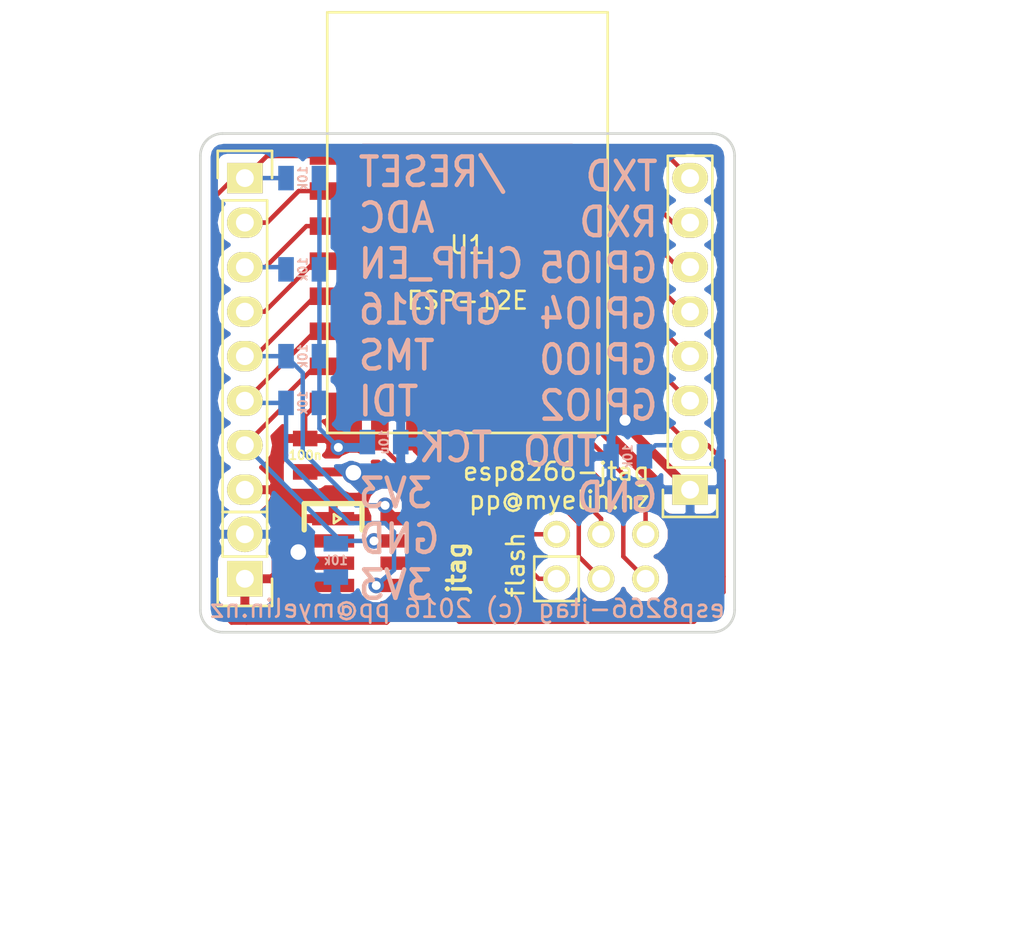
<source format=kicad_pcb>
(kicad_pcb (version 4) (host pcbnew 4.0.1-stable)

  (general
    (links 48)
    (no_connects 0)
    (area 128.194999 88.824999 158.825001 117.423001)
    (thickness 1.6)
    (drawings 12)
    (tracks 173)
    (zones 0)
    (modules 14)
    (nets 25)
  )

  (page A4)
  (layers
    (0 F.Cu signal)
    (31 B.Cu signal hide)
    (32 B.Adhes user)
    (33 F.Adhes user)
    (34 B.Paste user)
    (35 F.Paste user)
    (36 B.SilkS user)
    (37 F.SilkS user)
    (38 B.Mask user)
    (39 F.Mask user)
    (40 Dwgs.User user)
    (41 Cmts.User user)
    (42 Eco1.User user)
    (43 Eco2.User user)
    (44 Edge.Cuts user)
    (45 Margin user)
    (46 B.CrtYd user)
    (47 F.CrtYd user)
    (48 B.Fab user)
    (49 F.Fab user)
  )

  (setup
    (last_trace_width 0.1778)
    (user_trace_width 0.1778)
    (user_trace_width 0.254)
    (user_trace_width 0.508)
    (user_trace_width 0.762)
    (user_trace_width 1.016)
    (user_trace_width 1.27)
    (trace_clearance 0.1778)
    (zone_clearance 0.508)
    (zone_45_only no)
    (trace_min 0.1778)
    (segment_width 0.2)
    (edge_width 0.15)
    (via_size 0.889)
    (via_drill 0.508)
    (via_min_size 0.889)
    (via_min_drill 0.508)
    (user_via 0.889 0.508)
    (user_via 1.27 0.889)
    (uvia_size 0.3)
    (uvia_drill 0.1)
    (uvias_allowed no)
    (uvia_min_size 0.2)
    (uvia_min_drill 0.1)
    (pcb_text_width 0.3)
    (pcb_text_size 1.5 1.5)
    (mod_edge_width 0.15)
    (mod_text_size 1 1)
    (mod_text_width 0.15)
    (pad_size 1.524 1.524)
    (pad_drill 0.762)
    (pad_to_mask_clearance 0.2)
    (aux_axis_origin 0 0)
    (visible_elements 7FFF7FFF)
    (pcbplotparams
      (layerselection 0x010fc_80000001)
      (usegerberextensions true)
      (excludeedgelayer true)
      (linewidth 0.100000)
      (plotframeref false)
      (viasonmask false)
      (mode 1)
      (useauxorigin false)
      (hpglpennumber 1)
      (hpglpenspeed 20)
      (hpglpendiameter 15)
      (hpglpenoverlay 2)
      (psnegative false)
      (psa4output false)
      (plotreference true)
      (plotvalue true)
      (plotinvisibletext false)
      (padsonsilk false)
      (subtractmaskfromsilk false)
      (outputformat 1)
      (mirror false)
      (drillshape 0)
      (scaleselection 1)
      (outputdirectory gerbers/))
  )

  (net 0 "")
  (net 1 /nreset)
  (net 2 "Net-(CON1-Pad9)")
  (net 3 /tdi)
  (net 4 "Net-(CON1-Pad7)")
  (net 5 /3v3)
  (net 6 /tms)
  (net 7 /gnd)
  (net 8 /tck)
  (net 9 /tdo)
  (net 10 /adc)
  (net 11 /chip_en)
  (net 12 /gpio16)
  (net 13 /cs0)
  (net 14 /miso)
  (net 15 /gpio9)
  (net 16 /gpio10)
  (net 17 /mosi)
  (net 18 /sclk)
  (net 19 /gpio2)
  (net 20 /gpio0)
  (net 21 /gpio4)
  (net 22 /gpio5)
  (net 23 /u0rxd)
  (net 24 /u0txd)

  (net_class Default "This is the default net class."
    (clearance 0.1778)
    (trace_width 0.1778)
    (via_dia 0.889)
    (via_drill 0.508)
    (uvia_dia 0.3)
    (uvia_drill 0.1)
    (add_net /3v3)
    (add_net /adc)
    (add_net /chip_en)
    (add_net /cs0)
    (add_net /gnd)
    (add_net /gpio0)
    (add_net /gpio10)
    (add_net /gpio16)
    (add_net /gpio2)
    (add_net /gpio4)
    (add_net /gpio5)
    (add_net /gpio9)
    (add_net /miso)
    (add_net /mosi)
    (add_net /nreset)
    (add_net /sclk)
    (add_net /tck)
    (add_net /tdi)
    (add_net /tdo)
    (add_net /tms)
    (add_net /u0rxd)
    (add_net /u0txd)
    (add_net "Net-(CON1-Pad7)")
    (add_net "Net-(CON1-Pad9)")
  )

  (module myelin-kicad:ESP8266-ESP-12E (layer F.Cu) (tedit 56B68D00) (tstamp 56B515E0)
    (at 143.51 93.98)
    (descr "ESP8266 ESP-12E wifi module -- Phillip Pearson")
    (path /56B50FCF)
    (fp_text reference U1 (at 0 1.27 180) (layer F.SilkS)
      (effects (font (size 1 1) (thickness 0.15)))
    )
    (fp_text value ESP-12E (at 0 4.445 180) (layer F.SilkS)
      (effects (font (size 1 1) (thickness 0.15)))
    )
    (fp_line (start 8 -12) (end 8 12) (layer F.SilkS) (width 0.15))
    (fp_line (start 8 -12) (end -8 -12) (layer F.SilkS) (width 0.15))
    (fp_line (start -8 -12) (end -8 12) (layer F.SilkS) (width 0.15))
    (fp_line (start -8 12) (end 8 12) (layer F.SilkS) (width 0.15))
    (pad 22 smd rect (at 7.8 -3.8) (size 2.4 1) (layers F.Cu F.Paste F.Mask)
      (net 24 /u0txd))
    (pad 21 smd rect (at 7.8 -1.8) (size 2.4 1) (layers F.Cu F.Paste F.Mask)
      (net 23 /u0rxd))
    (pad 20 smd rect (at 7.8 0.2) (size 2.4 1) (layers F.Cu F.Paste F.Mask)
      (net 22 /gpio5))
    (pad 19 smd rect (at 7.8 2.2) (size 2.4 1) (layers F.Cu F.Paste F.Mask)
      (net 21 /gpio4))
    (pad 18 smd rect (at 7.8 4.2) (size 2.4 1) (layers F.Cu F.Paste F.Mask)
      (net 20 /gpio0))
    (pad 17 smd rect (at 7.8 6.2) (size 2.4 1) (layers F.Cu F.Paste F.Mask)
      (net 19 /gpio2))
    (pad 16 smd rect (at 7.8 8.2) (size 2.4 1) (layers F.Cu F.Paste F.Mask)
      (net 9 /tdo))
    (pad 15 smd rect (at 7.8 10.2) (size 2.4 1) (layers F.Cu F.Paste F.Mask)
      (net 7 /gnd))
    (pad 9 smd rect (at -5 11.8) (size 1 2.4) (layers F.Cu F.Paste F.Mask)
      (net 13 /cs0))
    (pad 10 smd rect (at -3 11.8) (size 1 2.4) (layers F.Cu F.Paste F.Mask)
      (net 14 /miso))
    (pad 11 smd rect (at -1 11.8) (size 1 2.4) (layers F.Cu F.Paste F.Mask)
      (net 15 /gpio9))
    (pad 12 smd rect (at 1 11.8) (size 1 2.4) (layers F.Cu F.Paste F.Mask)
      (net 16 /gpio10))
    (pad 13 smd rect (at 3 11.8) (size 1 2.4) (layers F.Cu F.Paste F.Mask)
      (net 17 /mosi))
    (pad 14 smd rect (at 5 11.8) (size 1 2.4) (layers F.Cu F.Paste F.Mask)
      (net 18 /sclk))
    (pad 1 smd rect (at -7.8 -3.8) (size 2.4 1) (layers F.Cu F.Paste F.Mask)
      (net 1 /nreset))
    (pad 2 smd rect (at -7.8 -1.8) (size 2.4 1) (layers F.Cu F.Paste F.Mask)
      (net 10 /adc))
    (pad 3 smd rect (at -7.8 0.2) (size 2.4 1) (layers F.Cu F.Paste F.Mask)
      (net 11 /chip_en))
    (pad 4 smd rect (at -7.8 2.2) (size 2.4 1) (layers F.Cu F.Paste F.Mask)
      (net 12 /gpio16))
    (pad 5 smd rect (at -7.8 4.2) (size 2.4 1) (layers F.Cu F.Paste F.Mask)
      (net 6 /tms))
    (pad 6 smd rect (at -7.8 6.2) (size 2.4 1) (layers F.Cu F.Paste F.Mask)
      (net 3 /tdi))
    (pad 7 smd rect (at -7.8 8.2) (size 2.4 1) (layers F.Cu F.Paste F.Mask)
      (net 8 /tck))
    (pad 8 smd rect (at -7.8 10.2) (size 2.4 1) (layers F.Cu F.Paste F.Mask)
      (net 5 /3v3))
  )

  (module Pin_Headers:Pin_Header_Straight_1x08 (layer F.Cu) (tedit 56B68D3D) (tstamp 56B51EDA)
    (at 130.81 91.44)
    (descr "Through hole pin header")
    (tags "pin header")
    (path /56B51705)
    (fp_text reference P1 (at -5.715 6.35 90) (layer F.SilkS) hide
      (effects (font (size 1 1) (thickness 0.15)))
    )
    (fp_text value CONN_01X08 (at -3.81 6.985 90) (layer F.Fab) hide
      (effects (font (size 1 1) (thickness 0.15)))
    )
    (fp_line (start -1.75 -1.75) (end -1.75 19.55) (layer F.CrtYd) (width 0.05))
    (fp_line (start 1.75 -1.75) (end 1.75 19.55) (layer F.CrtYd) (width 0.05))
    (fp_line (start -1.75 -1.75) (end 1.75 -1.75) (layer F.CrtYd) (width 0.05))
    (fp_line (start -1.75 19.55) (end 1.75 19.55) (layer F.CrtYd) (width 0.05))
    (fp_line (start 1.27 1.27) (end 1.27 19.05) (layer F.SilkS) (width 0.15))
    (fp_line (start 1.27 19.05) (end -1.27 19.05) (layer F.SilkS) (width 0.15))
    (fp_line (start -1.27 19.05) (end -1.27 1.27) (layer F.SilkS) (width 0.15))
    (fp_line (start 1.55 -1.55) (end 1.55 0) (layer F.SilkS) (width 0.15))
    (fp_line (start 1.27 1.27) (end -1.27 1.27) (layer F.SilkS) (width 0.15))
    (fp_line (start -1.55 0) (end -1.55 -1.55) (layer F.SilkS) (width 0.15))
    (fp_line (start -1.55 -1.55) (end 1.55 -1.55) (layer F.SilkS) (width 0.15))
    (pad 1 thru_hole rect (at 0 0) (size 2.032 1.7272) (drill 1.016) (layers *.Cu *.Mask F.SilkS)
      (net 1 /nreset))
    (pad 2 thru_hole oval (at 0 2.54) (size 2.032 1.7272) (drill 1.016) (layers *.Cu *.Mask F.SilkS)
      (net 10 /adc))
    (pad 3 thru_hole oval (at 0 5.08) (size 2.032 1.7272) (drill 1.016) (layers *.Cu *.Mask F.SilkS)
      (net 11 /chip_en))
    (pad 4 thru_hole oval (at 0 7.62) (size 2.032 1.7272) (drill 1.016) (layers *.Cu *.Mask F.SilkS)
      (net 12 /gpio16))
    (pad 5 thru_hole oval (at 0 10.16) (size 2.032 1.7272) (drill 1.016) (layers *.Cu *.Mask F.SilkS)
      (net 6 /tms))
    (pad 6 thru_hole oval (at 0 12.7) (size 2.032 1.7272) (drill 1.016) (layers *.Cu *.Mask F.SilkS)
      (net 3 /tdi))
    (pad 7 thru_hole oval (at 0 15.24) (size 2.032 1.7272) (drill 1.016) (layers *.Cu *.Mask F.SilkS)
      (net 8 /tck))
    (pad 8 thru_hole oval (at 0 17.78) (size 2.032 1.7272) (drill 1.016) (layers *.Cu *.Mask F.SilkS)
      (net 5 /3v3))
    (model Pin_Headers.3dshapes/Pin_Header_Straight_1x08.wrl
      (at (xyz 0 -0.35 0))
      (scale (xyz 1 1 1))
      (rotate (xyz 0 0 90))
    )
  )

  (module Pin_Headers:Pin_Header_Straight_1x08 (layer F.Cu) (tedit 56B68D48) (tstamp 56B51F06)
    (at 156.21 109.22 180)
    (descr "Through hole pin header")
    (tags "pin header")
    (path /56B516C1)
    (fp_text reference P3 (at -6.35 8.89 270) (layer F.SilkS) hide
      (effects (font (size 1 1) (thickness 0.15)))
    )
    (fp_text value CONN_01X08 (at -4.445 8.89 270) (layer F.Fab) hide
      (effects (font (size 1 1) (thickness 0.15)))
    )
    (fp_line (start -1.75 -1.75) (end -1.75 19.55) (layer F.CrtYd) (width 0.05))
    (fp_line (start 1.75 -1.75) (end 1.75 19.55) (layer F.CrtYd) (width 0.05))
    (fp_line (start -1.75 -1.75) (end 1.75 -1.75) (layer F.CrtYd) (width 0.05))
    (fp_line (start -1.75 19.55) (end 1.75 19.55) (layer F.CrtYd) (width 0.05))
    (fp_line (start 1.27 1.27) (end 1.27 19.05) (layer F.SilkS) (width 0.15))
    (fp_line (start 1.27 19.05) (end -1.27 19.05) (layer F.SilkS) (width 0.15))
    (fp_line (start -1.27 19.05) (end -1.27 1.27) (layer F.SilkS) (width 0.15))
    (fp_line (start 1.55 -1.55) (end 1.55 0) (layer F.SilkS) (width 0.15))
    (fp_line (start 1.27 1.27) (end -1.27 1.27) (layer F.SilkS) (width 0.15))
    (fp_line (start -1.55 0) (end -1.55 -1.55) (layer F.SilkS) (width 0.15))
    (fp_line (start -1.55 -1.55) (end 1.55 -1.55) (layer F.SilkS) (width 0.15))
    (pad 1 thru_hole rect (at 0 0 180) (size 2.032 1.7272) (drill 1.016) (layers *.Cu *.Mask F.SilkS)
      (net 7 /gnd))
    (pad 2 thru_hole oval (at 0 2.54 180) (size 2.032 1.7272) (drill 1.016) (layers *.Cu *.Mask F.SilkS)
      (net 9 /tdo))
    (pad 3 thru_hole oval (at 0 5.08 180) (size 2.032 1.7272) (drill 1.016) (layers *.Cu *.Mask F.SilkS)
      (net 19 /gpio2))
    (pad 4 thru_hole oval (at 0 7.62 180) (size 2.032 1.7272) (drill 1.016) (layers *.Cu *.Mask F.SilkS)
      (net 20 /gpio0))
    (pad 5 thru_hole oval (at 0 10.16 180) (size 2.032 1.7272) (drill 1.016) (layers *.Cu *.Mask F.SilkS)
      (net 21 /gpio4))
    (pad 6 thru_hole oval (at 0 12.7 180) (size 2.032 1.7272) (drill 1.016) (layers *.Cu *.Mask F.SilkS)
      (net 22 /gpio5))
    (pad 7 thru_hole oval (at 0 15.24 180) (size 2.032 1.7272) (drill 1.016) (layers *.Cu *.Mask F.SilkS)
      (net 23 /u0rxd))
    (pad 8 thru_hole oval (at 0 17.78 180) (size 2.032 1.7272) (drill 1.016) (layers *.Cu *.Mask F.SilkS)
      (net 24 /u0txd))
    (model Pin_Headers.3dshapes/Pin_Header_Straight_1x08.wrl
      (at (xyz 0 -0.35 0))
      (scale (xyz 1 1 1))
      (rotate (xyz 0 0 90))
    )
  )

  (module myelin-kicad:C0805_nosilkscreen (layer B.Cu) (tedit 54921587) (tstamp 56B53806)
    (at 138.75 106.5)
    (descr "SM0805 module from KiCad stdlib, modified by Phillip Pearson to have less annoying silkscreen")
    (path /56B53E00)
    (attr smd)
    (fp_text reference C1 (at 0 1.3) (layer B.SilkS) hide
      (effects (font (size 0.50038 0.50038) (thickness 0.10922)) (justify mirror))
    )
    (fp_text value 10u (at 0 0 270) (layer B.SilkS)
      (effects (font (size 0.50038 0.50038) (thickness 0.10922)) (justify mirror))
    )
    (pad 1 smd rect (at -0.9525 0) (size 0.889 1.397) (layers B.Cu B.Paste B.Mask)
      (net 5 /3v3))
    (pad 2 smd rect (at 0.9525 0) (size 0.889 1.397) (layers B.Cu B.Paste B.Mask)
      (net 7 /gnd))
    (model Capacitors_SMD.3dshapes/C_0805.wrl
      (at (xyz 0 0 0))
      (scale (xyz 1 1 1))
      (rotate (xyz 0 0 0))
    )
  )

  (module myelin-kicad:C0805_nosilkscreen (layer F.Cu) (tedit 54921587) (tstamp 56B5380C)
    (at 134.25 107.25 270)
    (descr "SM0805 module from KiCad stdlib, modified by Phillip Pearson to have less annoying silkscreen")
    (path /56B53884)
    (attr smd)
    (fp_text reference C2 (at 0 -1.3 270) (layer F.SilkS) hide
      (effects (font (size 0.50038 0.50038) (thickness 0.10922)))
    )
    (fp_text value 100n (at 0 0 360) (layer F.SilkS)
      (effects (font (size 0.50038 0.50038) (thickness 0.10922)))
    )
    (pad 1 smd rect (at -0.9525 0 270) (size 0.889 1.397) (layers F.Cu F.Paste F.Mask)
      (net 5 /3v3))
    (pad 2 smd rect (at 0.9525 0 270) (size 0.889 1.397) (layers F.Cu F.Paste F.Mask)
      (net 7 /gnd))
    (model Capacitors_SMD.3dshapes/C_0805.wrl
      (at (xyz 0 0 0))
      (scale (xyz 1 1 1))
      (rotate (xyz 0 0 0))
    )
  )

  (module myelin-kicad:R0805_nosilkscreen (layer B.Cu) (tedit 54921587) (tstamp 56B53812)
    (at 134.112 91.44)
    (descr "SM0805 module from KiCad stdlib, modified by Phillip Pearson to have less annoying silkscreen")
    (path /56B539EB)
    (attr smd)
    (fp_text reference R1 (at 0 1.3) (layer B.SilkS) hide
      (effects (font (size 0.50038 0.50038) (thickness 0.10922)) (justify mirror))
    )
    (fp_text value 10k (at 0 0 270) (layer B.SilkS)
      (effects (font (size 0.50038 0.50038) (thickness 0.10922)) (justify mirror))
    )
    (pad 1 smd rect (at -0.9525 0) (size 0.889 1.397) (layers B.Cu B.Paste B.Mask)
      (net 1 /nreset))
    (pad 2 smd rect (at 0.9525 0) (size 0.889 1.397) (layers B.Cu B.Paste B.Mask)
      (net 5 /3v3))
    (model Resistors_SMD.3dshapes/R_0805.wrl
      (at (xyz 0 0 0))
      (scale (xyz 1 1 1))
      (rotate (xyz 0 0 0))
    )
  )

  (module myelin-kicad:R0805_nosilkscreen (layer B.Cu) (tedit 54921587) (tstamp 56B53818)
    (at 134.112 96.647)
    (descr "SM0805 module from KiCad stdlib, modified by Phillip Pearson to have less annoying silkscreen")
    (path /56B53B24)
    (attr smd)
    (fp_text reference R2 (at 0 1.3) (layer B.SilkS) hide
      (effects (font (size 0.50038 0.50038) (thickness 0.10922)) (justify mirror))
    )
    (fp_text value 10k (at 0 0 270) (layer B.SilkS)
      (effects (font (size 0.50038 0.50038) (thickness 0.10922)) (justify mirror))
    )
    (pad 1 smd rect (at -0.9525 0) (size 0.889 1.397) (layers B.Cu B.Paste B.Mask)
      (net 11 /chip_en))
    (pad 2 smd rect (at 0.9525 0) (size 0.889 1.397) (layers B.Cu B.Paste B.Mask)
      (net 5 /3v3))
    (model Resistors_SMD.3dshapes/R_0805.wrl
      (at (xyz 0 0 0))
      (scale (xyz 1 1 1))
      (rotate (xyz 0 0 0))
    )
  )

  (module myelin-kicad:R0805_nosilkscreen (layer B.Cu) (tedit 54921587) (tstamp 56B5381E)
    (at 152.654 107.315)
    (descr "SM0805 module from KiCad stdlib, modified by Phillip Pearson to have less annoying silkscreen")
    (path /56B53BD3)
    (attr smd)
    (fp_text reference R3 (at 0 1.3) (layer B.SilkS) hide
      (effects (font (size 0.50038 0.50038) (thickness 0.10922)) (justify mirror))
    )
    (fp_text value 10k (at 0 0 270) (layer B.SilkS)
      (effects (font (size 0.50038 0.50038) (thickness 0.10922)) (justify mirror))
    )
    (pad 1 smd rect (at -0.9525 0) (size 0.889 1.397) (layers B.Cu B.Paste B.Mask)
      (net 7 /gnd))
    (pad 2 smd rect (at 0.9525 0) (size 0.889 1.397) (layers B.Cu B.Paste B.Mask)
      (net 9 /tdo))
    (model Resistors_SMD.3dshapes/R_0805.wrl
      (at (xyz 0 0 0))
      (scale (xyz 1 1 1))
      (rotate (xyz 0 0 0))
    )
  )

  (module myelin-kicad:R0805_nosilkscreen (layer B.Cu) (tedit 54921587) (tstamp 56B53824)
    (at 134.112 101.6 180)
    (descr "SM0805 module from KiCad stdlib, modified by Phillip Pearson to have less annoying silkscreen")
    (path /56B5415A)
    (attr smd)
    (fp_text reference R4 (at 0 1.3 180) (layer B.SilkS) hide
      (effects (font (size 0.50038 0.50038) (thickness 0.10922)) (justify mirror))
    )
    (fp_text value 10k (at 0 0 450) (layer B.SilkS)
      (effects (font (size 0.50038 0.50038) (thickness 0.10922)) (justify mirror))
    )
    (pad 1 smd rect (at -0.9525 0 180) (size 0.889 1.397) (layers B.Cu B.Paste B.Mask)
      (net 5 /3v3))
    (pad 2 smd rect (at 0.9525 0 180) (size 0.889 1.397) (layers B.Cu B.Paste B.Mask)
      (net 6 /tms))
    (model Resistors_SMD.3dshapes/R_0805.wrl
      (at (xyz 0 0 0))
      (scale (xyz 1 1 1))
      (rotate (xyz 0 0 0))
    )
  )

  (module myelin-kicad:R0805_nosilkscreen (layer B.Cu) (tedit 54921587) (tstamp 56B5382A)
    (at 134.112 104.267 180)
    (descr "SM0805 module from KiCad stdlib, modified by Phillip Pearson to have less annoying silkscreen")
    (path /56B541AD)
    (attr smd)
    (fp_text reference R5 (at 0 1.3 180) (layer B.SilkS) hide
      (effects (font (size 0.50038 0.50038) (thickness 0.10922)) (justify mirror))
    )
    (fp_text value 10k (at 0 0 450) (layer B.SilkS)
      (effects (font (size 0.50038 0.50038) (thickness 0.10922)) (justify mirror))
    )
    (pad 1 smd rect (at -0.9525 0 180) (size 0.889 1.397) (layers B.Cu B.Paste B.Mask)
      (net 5 /3v3))
    (pad 2 smd rect (at 0.9525 0 180) (size 0.889 1.397) (layers B.Cu B.Paste B.Mask)
      (net 3 /tdi))
    (model Resistors_SMD.3dshapes/R_0805.wrl
      (at (xyz 0 0 0))
      (scale (xyz 1 1 1))
      (rotate (xyz 0 0 0))
    )
  )

  (module myelin-kicad:pin_array_5x2_50mil_smd (layer F.Cu) (tedit 56B68D36) (tstamp 56B544DD)
    (at 137.795 113.411 270)
    (descr "SMD 50 mil 2x5 connector for SWD header")
    (tags CONN)
    (path /56B4F928)
    (fp_text reference CON1 (at 5.334 0 360) (layer F.SilkS) hide
      (effects (font (size 1.016 1.016) (thickness 0.2032)))
    )
    (fp_text value jtag (at 0.254 -5.08 450) (layer F.SilkS)
      (effects (font (size 1.016 1.016) (thickness 0.2032)))
    )
    (fp_line (start -1.9 0.3) (end -3.4 0.3) (layer F.SilkS) (width 0.3))
    (fp_line (start -1.9 3.6) (end -3.4 3.6) (layer F.SilkS) (width 0.3))
    (fp_line (start -3.4 3.6) (end -3.4 0.3) (layer F.SilkS) (width 0.3))
    (fp_line (start -2.54 1.524) (end -2.794 1.905) (layer F.SilkS) (width 0.15))
    (fp_line (start -2.794 1.905) (end -2.413 1.905) (layer F.SilkS) (width 0.15))
    (fp_line (start -2.413 1.905) (end -2.286 1.905) (layer F.SilkS) (width 0.15))
    (fp_line (start -2.286 1.905) (end -2.54 1.524) (layer F.SilkS) (width 0.15))
    (pad 10 smd rect (at 2.54 -1.95 270) (size 0.76 2.4) (layers F.Cu F.Paste F.Mask)
      (net 1 /nreset))
    (pad 9 smd rect (at 2.54 1.95 270) (size 0.76 2.4) (layers F.Cu F.Paste F.Mask)
      (net 2 "Net-(CON1-Pad9)"))
    (pad 8 smd rect (at 1.27 -1.95 270) (size 0.76 2.4) (layers F.Cu F.Paste F.Mask)
      (net 3 /tdi))
    (pad 7 smd rect (at 1.27 1.95 270) (size 0.76 2.4) (layers F.Cu F.Paste F.Mask)
      (net 4 "Net-(CON1-Pad7)"))
    (pad 1 smd rect (at -2.54 1.95 270) (size 0.76 2.4) (layers F.Cu F.Paste F.Mask)
      (net 5 /3v3))
    (pad 2 smd rect (at -2.54 -1.95 270) (size 0.76 2.4) (layers F.Cu F.Paste F.Mask)
      (net 6 /tms))
    (pad 3 smd rect (at -1.27 1.95 270) (size 0.76 2.4) (layers F.Cu F.Paste F.Mask)
      (net 7 /gnd))
    (pad 4 smd rect (at -1.27 -1.95 270) (size 0.76 2.4) (layers F.Cu F.Paste F.Mask)
      (net 8 /tck))
    (pad 5 smd rect (at 0 1.95 270) (size 0.76 2.4) (layers F.Cu F.Paste F.Mask)
      (net 7 /gnd))
    (pad 6 smd rect (at 0 -1.95 270) (size 0.76 2.4) (layers F.Cu F.Paste F.Mask)
      (net 9 /tdo))
    (model pin_array/pins_array_3x2.wrl
      (at (xyz 0 0 0))
      (scale (xyz 1 1 1))
      (rotate (xyz 0 0 0))
    )
  )

  (module myelin-kicad:pin_array_2x3_100mil_pth (layer F.Cu) (tedit 56B68EF9) (tstamp 56B544F1)
    (at 151.13 113.03)
    (path /56B51BD2)
    (fp_text reference P2 (at 0 8.255 180) (layer F.SilkS) hide
      (effects (font (size 1 1) (thickness 0.15)))
    )
    (fp_text value flash (at -4.88 0.47 90) (layer F.SilkS)
      (effects (font (size 1 1) (thickness 0.15)))
    )
    (fp_line (start -1.27 0) (end -3.81 0) (layer F.SilkS) (width 0.15))
    (fp_line (start -3.81 0) (end -3.81 2.54) (layer F.SilkS) (width 0.15))
    (fp_line (start -3.81 2.54) (end -1.27 2.54) (layer F.SilkS) (width 0.15))
    (fp_line (start -1.27 2.54) (end -1.27 0) (layer F.SilkS) (width 0.15))
    (pad 1 thru_hole circle (at -2.54 1.27) (size 1.524 1.524) (drill 1.016) (layers *.Cu *.Mask F.SilkS)
      (net 13 /cs0))
    (pad 2 thru_hole circle (at -2.54 -1.27) (size 1.524 1.524) (drill 1.016) (layers *.Cu *.Mask F.SilkS)
      (net 14 /miso))
    (pad 3 thru_hole circle (at 0 1.27) (size 1.524 1.524) (drill 1.016) (layers *.Cu *.Mask F.SilkS)
      (net 15 /gpio9))
    (pad 4 thru_hole circle (at 0 -1.27) (size 1.524 1.524) (drill 1.016) (layers *.Cu *.Mask F.SilkS)
      (net 16 /gpio10))
    (pad 5 thru_hole circle (at 2.54 1.27) (size 1.524 1.524) (drill 1.016) (layers *.Cu *.Mask F.SilkS)
      (net 17 /mosi))
    (pad 6 thru_hole circle (at 2.54 -1.27) (size 1.524 1.524) (drill 1.016) (layers *.Cu *.Mask F.SilkS)
      (net 18 /sclk))
  )

  (module myelin-kicad:R0805_nosilkscreen (layer B.Cu) (tedit 54921587) (tstamp 56B5B8A9)
    (at 136 113.25 90)
    (descr "SM0805 module from KiCad stdlib, modified by Phillip Pearson to have less annoying silkscreen")
    (path /56B5B930)
    (attr smd)
    (fp_text reference R6 (at 0 1.3 90) (layer B.SilkS) hide
      (effects (font (size 0.50038 0.50038) (thickness 0.10922)) (justify mirror))
    )
    (fp_text value 10k (at 0 0 360) (layer B.SilkS)
      (effects (font (size 0.50038 0.50038) (thickness 0.10922)) (justify mirror))
    )
    (pad 1 smd rect (at -0.9525 0 90) (size 0.889 1.397) (layers B.Cu B.Paste B.Mask)
      (net 7 /gnd))
    (pad 2 smd rect (at 0.9525 0 90) (size 0.889 1.397) (layers B.Cu B.Paste B.Mask)
      (net 8 /tck))
    (model Resistors_SMD.3dshapes/R_0805.wrl
      (at (xyz 0 0 0))
      (scale (xyz 1 1 1))
      (rotate (xyz 0 0 0))
    )
  )

  (module Pin_Headers:Pin_Header_Straight_1x02 (layer F.Cu) (tedit 56B68D39) (tstamp 56B5BD41)
    (at 130.81 114.3 180)
    (descr "Through hole pin header")
    (tags "pin header")
    (path /56B5BB61)
    (fp_text reference P4 (at 6.35 0.635 270) (layer F.SilkS) hide
      (effects (font (size 1 1) (thickness 0.15)))
    )
    (fp_text value CONN_01X02 (at 4.445 -1.27 270) (layer F.Fab) hide
      (effects (font (size 1 1) (thickness 0.15)))
    )
    (fp_line (start 1.27 1.27) (end 1.27 3.81) (layer F.SilkS) (width 0.15))
    (fp_line (start 1.55 -1.55) (end 1.55 0) (layer F.SilkS) (width 0.15))
    (fp_line (start -1.75 -1.75) (end -1.75 4.3) (layer F.CrtYd) (width 0.05))
    (fp_line (start 1.75 -1.75) (end 1.75 4.3) (layer F.CrtYd) (width 0.05))
    (fp_line (start -1.75 -1.75) (end 1.75 -1.75) (layer F.CrtYd) (width 0.05))
    (fp_line (start -1.75 4.3) (end 1.75 4.3) (layer F.CrtYd) (width 0.05))
    (fp_line (start 1.27 1.27) (end -1.27 1.27) (layer F.SilkS) (width 0.15))
    (fp_line (start -1.55 0) (end -1.55 -1.55) (layer F.SilkS) (width 0.15))
    (fp_line (start -1.55 -1.55) (end 1.55 -1.55) (layer F.SilkS) (width 0.15))
    (fp_line (start -1.27 1.27) (end -1.27 3.81) (layer F.SilkS) (width 0.15))
    (fp_line (start -1.27 3.81) (end 1.27 3.81) (layer F.SilkS) (width 0.15))
    (pad 1 thru_hole rect (at 0 0 180) (size 2.032 2.032) (drill 1.016) (layers *.Cu *.Mask F.SilkS)
      (net 5 /3v3))
    (pad 2 thru_hole oval (at 0 2.54 180) (size 2.032 2.032) (drill 1.016) (layers *.Cu *.Mask F.SilkS)
      (net 7 /gnd))
    (model Pin_Headers.3dshapes/Pin_Header_Straight_1x02.wrl
      (at (xyz 0 -0.05 0))
      (scale (xyz 1 1 1))
      (rotate (xyz 0 0 90))
    )
  )

  (gr_text "esp8266-jtag\npp@myelin.nz" (at 154 109) (layer F.SilkS)
    (effects (font (size 1.016 1.016) (thickness 0.1524)) (justify right))
  )
  (gr_text "esp8266-jtag (c) 2016 pp@myelin.nz" (at 143.5 116) (layer B.SilkS)
    (effects (font (size 1.016 1.016) (thickness 0.1524)) (justify mirror))
  )
  (gr_text "TXD\nRXD\nGPIO5\nGPIO4\nGPIO0\nGPIO2\n   TDO\nGND" (at 154.5 100.5) (layer B.SilkS)
    (effects (font (size 1.6256 1.5) (thickness 0.254)) (justify left mirror))
  )
  (gr_text "/RESET\nADC\nCHIP_EN\nGPIO16\nTMS\nTDI\nTCK   \n3V3\nGND\n3V3" (at 137.16 102.87) (layer B.SilkS)
    (effects (font (size 1.6256 1.5) (thickness 0.254)) (justify right mirror))
  )
  (gr_line (start 128.27 90.17) (end 128.27 116.078) (angle 90) (layer Edge.Cuts) (width 0.15))
  (gr_line (start 157.48 88.9) (end 129.54 88.9) (angle 90) (layer Edge.Cuts) (width 0.15))
  (gr_line (start 158.75 116.078) (end 158.75 90.17) (angle 90) (layer Edge.Cuts) (width 0.15))
  (gr_line (start 129.54 117.348) (end 157.48 117.348) (angle 90) (layer Edge.Cuts) (width 0.15))
  (gr_arc (start 129.54 116.078) (end 129.54 117.348) (angle 90) (layer Edge.Cuts) (width 0.15))
  (gr_arc (start 157.48 116.078) (end 158.75 116.078) (angle 90) (layer Edge.Cuts) (width 0.15))
  (gr_arc (start 157.48 90.17) (end 157.48 88.9) (angle 90) (layer Edge.Cuts) (width 0.15))
  (gr_arc (start 129.54 90.17) (end 128.27 90.17) (angle 90) (layer Edge.Cuts) (width 0.15))

  (segment (start 129.0485 114.9515) (end 129.0485 115.7985) (width 0.254) (layer F.Cu) (net 1))
  (segment (start 130.049 116.799) (end 130.896 116.799) (width 0.254) (layer F.Cu) (net 1) (tstamp 56B68873))
  (segment (start 129.0485 115.7985) (end 130.049 116.799) (width 0.254) (layer F.Cu) (net 1) (tstamp 56B68872))
  (segment (start 138.897 116.799) (end 130.896 116.799) (width 0.254) (layer F.Cu) (net 1))
  (segment (start 138.897 116.799) (end 139.745 115.951) (width 0.254) (layer F.Cu) (net 1) (tstamp 56B570A8))
  (segment (start 129.0485 114.9515) (end 129.032 114.935) (width 0.254) (layer F.Cu) (net 1) (tstamp 56B68870))
  (segment (start 130.81 91.44) (end 130.175 91.44) (width 0.254) (layer F.Cu) (net 1))
  (segment (start 130.175 91.44) (end 129.032 92.583) (width 0.254) (layer F.Cu) (net 1) (tstamp 56B56B36))
  (segment (start 129.032 92.583) (end 129.032 114.935) (width 0.254) (layer F.Cu) (net 1) (tstamp 56B56B3A))
  (segment (start 130.81 91.44) (end 133.1595 91.44) (width 0.254) (layer B.Cu) (net 1))
  (segment (start 135.71 90.18) (end 132.07 90.18) (width 0.254) (layer F.Cu) (net 1))
  (segment (start 132.07 90.18) (end 130.81 91.44) (width 0.254) (layer F.Cu) (net 1) (tstamp 56B54591))
  (segment (start 132.07 90.18) (end 130.81 91.44) (width 0.254) (layer F.Cu) (net 1) (tstamp 56B54571))
  (segment (start 130.82 91.45) (end 130.81 91.44) (width 0.25) (layer F.Cu) (net 1) (tstamp 56B53B29))
  (segment (start 133.1595 104.267) (end 133.1595 107.5055) (width 0.254) (layer B.Cu) (net 3))
  (segment (start 138.43 114.554) (end 139.745 114.681) (width 0.254) (layer F.Cu) (net 3) (tstamp 56B5682A))
  (segment (start 138.303 114.681) (end 138.43 114.554) (width 0.254) (layer F.Cu) (net 3) (tstamp 56B56829))
  (via (at 138.303 114.681) (size 0.889) (drill 0.508) (layers F.Cu B.Cu) (net 3))
  (segment (start 139.319 113.792) (end 138.303 114.681) (width 0.254) (layer B.Cu) (net 3) (tstamp 56B56824))
  (segment (start 139.319 111.633) (end 139.319 113.792) (width 0.254) (layer B.Cu) (net 3) (tstamp 56B5681F))
  (segment (start 138.811 111.125) (end 139.319 111.633) (width 0.254) (layer B.Cu) (net 3) (tstamp 56B5681E))
  (segment (start 136.779 111.125) (end 138.811 111.125) (width 0.254) (layer B.Cu) (net 3) (tstamp 56B5681C))
  (segment (start 133.1595 107.5055) (end 136.779 111.125) (width 0.254) (layer B.Cu) (net 3) (tstamp 56B56817))
  (segment (start 130.81 104.14) (end 130.937 104.267) (width 0.254) (layer B.Cu) (net 3))
  (segment (start 130.937 104.267) (end 133.1595 104.267) (width 0.254) (layer B.Cu) (net 3) (tstamp 56B56807))
  (segment (start 135.71 100.18) (end 134.82 100.18) (width 0.254) (layer F.Cu) (net 3))
  (segment (start 134.82 100.18) (end 130.86 104.14) (width 0.254) (layer F.Cu) (net 3) (tstamp 56B545AC))
  (segment (start 130.86 104.14) (end 130.81 104.14) (width 0.254) (layer F.Cu) (net 3) (tstamp 56B545AD))
  (segment (start 135.71 104.18) (end 135.07 104.18) (width 0.254) (layer F.Cu) (net 5))
  (segment (start 135.07 104.18) (end 134.25 105) (width 0.254) (layer F.Cu) (net 5) (tstamp 56B689E6))
  (segment (start 134.25 105) (end 134.25 106.2975) (width 0.254) (layer F.Cu) (net 5) (tstamp 56B689E8))
  (segment (start 135.71 104.18) (end 136.82 104.18) (width 0.254) (layer F.Cu) (net 5))
  (segment (start 136.82 104.18) (end 138.75 102.25) (width 0.254) (layer F.Cu) (net 5) (tstamp 56B689BC))
  (segment (start 150.75 105.25) (end 152.5 107) (width 0.254) (layer F.Cu) (net 5) (tstamp 56B689D8))
  (segment (start 150 105.25) (end 150.75 105.25) (width 0.254) (layer F.Cu) (net 5) (tstamp 56B689D6))
  (segment (start 149.5 104.75) (end 150 105.25) (width 0.254) (layer F.Cu) (net 5) (tstamp 56B689D4))
  (segment (start 149.5 104.25) (end 149.5 104.75) (width 0.254) (layer F.Cu) (net 5) (tstamp 56B689D3))
  (segment (start 147.5 102.25) (end 149.5 104.25) (width 0.254) (layer F.Cu) (net 5) (tstamp 56B689CE))
  (segment (start 138.75 102.25) (end 147.5 102.25) (width 0.254) (layer F.Cu) (net 5) (tstamp 56B689CC))
  (segment (start 135.0645 104.267) (end 135.0645 105.7275) (width 0.254) (layer B.Cu) (net 5))
  (segment (start 135.0645 105.7275) (end 136.144 106.807) (width 0.254) (layer B.Cu) (net 5) (tstamp 56B56D1B))
  (segment (start 135.71 104.18) (end 136.144 104.614) (width 0.508) (layer F.Cu) (net 5))
  (segment (start 136.144 104.614) (end 136.144 106.807) (width 0.508) (layer F.Cu) (net 5) (tstamp 56B56CFF))
  (via (at 136.144 106.807) (size 0.889) (drill 0.508) (layers F.Cu B.Cu) (net 5))
  (segment (start 136.144 106.807) (end 137.6045 106.807) (width 0.508) (layer B.Cu) (net 5) (tstamp 56B56D0B))
  (segment (start 137.6045 106.807) (end 137.7315 106.68) (width 0.508) (layer B.Cu) (net 5) (tstamp 56B56D0C))
  (segment (start 135.0645 101.6) (end 135.0645 104.267) (width 0.254) (layer B.Cu) (net 5))
  (segment (start 135.0645 96.647) (end 135.0645 101.6) (width 0.254) (layer B.Cu) (net 5))
  (segment (start 135.0645 91.44) (end 135.0645 96.647) (width 0.254) (layer B.Cu) (net 5))
  (segment (start 133.1595 101.6) (end 134.112 102.5525) (width 0.254) (layer B.Cu) (net 6))
  (segment (start 134.112 102.5525) (end 134.112 107.061) (width 0.254) (layer B.Cu) (net 6) (tstamp 56B567FC))
  (segment (start 130.81 101.6) (end 133.1595 101.6) (width 0.254) (layer B.Cu) (net 6))
  (segment (start 137.16 110.109) (end 138.811 110.109) (width 0.254) (layer B.Cu) (net 6) (tstamp 56B567A9))
  (via (at 138.811 110.109) (size 0.889) (drill 0.508) (layers F.Cu B.Cu) (net 6))
  (segment (start 138.811 110.109) (end 139.573 110.871) (width 0.254) (layer F.Cu) (net 6) (tstamp 56B56759))
  (segment (start 134.112 107.061) (end 137.16 110.109) (width 0.254) (layer B.Cu) (net 6) (tstamp 56B56804))
  (segment (start 130.81 101.6) (end 130.81 101.727) (width 0.254) (layer B.Cu) (net 6))
  (segment (start 139.573 110.871) (end 139.745 110.871) (width 0.254) (layer F.Cu) (net 6) (tstamp 56B5675A))
  (segment (start 135.71 98.18) (end 134.82 98.18) (width 0.254) (layer F.Cu) (net 6))
  (segment (start 134.82 98.18) (end 131.4 101.6) (width 0.254) (layer F.Cu) (net 6) (tstamp 56B545A6))
  (segment (start 131.4 101.6) (end 130.81 101.6) (width 0.254) (layer F.Cu) (net 6) (tstamp 56B545A7))
  (segment (start 134.25 108.2025) (end 136.9525 108.2025) (width 0.508) (layer F.Cu) (net 7))
  (via (at 137 108.25) (size 1.27) (drill 0.889) (layers F.Cu B.Cu) (net 7))
  (segment (start 136.9525 108.2025) (end 137 108.25) (width 0.508) (layer F.Cu) (net 7) (tstamp 56B688FA))
  (segment (start 152.5 105.25) (end 152.5 105.51) (width 0.508) (layer F.Cu) (net 7))
  (via (at 152.5 105.25) (size 0.889) (drill 0.635) (layers F.Cu B.Cu) (net 7))
  (segment (start 151.43 104.18) (end 152.5 105.25) (width 0.508) (layer F.Cu) (net 7) (tstamp 56B545E3))
  (segment (start 152.5 105.51) (end 156.21 109.22) (width 0.508) (layer F.Cu) (net 7) (tstamp 56B6883C))
  (segment (start 133.858 112.776) (end 134.493 113.411) (width 0.254) (layer F.Cu) (net 7))
  (segment (start 134.493 112.141) (end 133.858 112.776) (width 0.254) (layer F.Cu) (net 7) (tstamp 56B54871))
  (via (at 133.858 112.776) (size 1.27) (drill 0.889) (layers F.Cu B.Cu) (net 7))
  (segment (start 135.845 112.141) (end 134.493 112.141) (width 0.254) (layer F.Cu) (net 7))
  (segment (start 134.493 113.411) (end 135.845 113.411) (width 0.254) (layer F.Cu) (net 7) (tstamp 56B54879))
  (segment (start 151.31 104.18) (end 151.43 104.18) (width 0.508) (layer F.Cu) (net 7))
  (segment (start 139.854 112.25) (end 139.745 112.141) (width 0.1778) (layer F.Cu) (net 8) (tstamp 56B5B8DB))
  (segment (start 139.745 112.141) (end 138.176 112.141) (width 0.254) (layer F.Cu) (net 8))
  (via (at 138.176 112.141) (size 0.889) (drill 0.508) (layers F.Cu B.Cu) (net 8))
  (segment (start 130.81 106.68) (end 136.271 112.141) (width 0.254) (layer B.Cu) (net 8))
  (segment (start 136.271 112.141) (end 138.176 112.141) (width 0.254) (layer B.Cu) (net 8) (tstamp 56B54984))
  (segment (start 135.71 102.18) (end 134.82 102.18) (width 0.254) (layer F.Cu) (net 8))
  (segment (start 134.82 102.18) (end 133 104) (width 0.254) (layer F.Cu) (net 8) (tstamp 56B545B0))
  (segment (start 133 104) (end 133 104.49) (width 0.254) (layer F.Cu) (net 8) (tstamp 56B545B1))
  (segment (start 133 104.49) (end 130.81 106.68) (width 0.254) (layer F.Cu) (net 8) (tstamp 56B545B2))
  (segment (start 142.621 116.332) (end 143.039 116.75) (width 0.254) (layer F.Cu) (net 9))
  (segment (start 156.427 116.75) (end 156.845 116.332) (width 0.254) (layer F.Cu) (net 9) (tstamp 56B6899F))
  (segment (start 143.039 116.75) (end 156.427 116.75) (width 0.254) (layer F.Cu) (net 9) (tstamp 56B6899C))
  (segment (start 158.115 114.173) (end 158.115 115.062) (width 0.254) (layer F.Cu) (net 9))
  (segment (start 142.621 116.332) (end 141.986 115.697) (width 0.254) (layer F.Cu) (net 9) (tstamp 56B57097))
  (segment (start 158.115 115.062) (end 156.845 116.332) (width 0.254) (layer F.Cu) (net 9) (tstamp 56B57091))
  (segment (start 153.6065 107.315) (end 154.2415 106.68) (width 0.254) (layer B.Cu) (net 9))
  (segment (start 154.2415 106.68) (end 156.21 106.68) (width 0.254) (layer B.Cu) (net 9) (tstamp 56B56C2F))
  (segment (start 139.745 113.411) (end 141.224 113.411) (width 0.254) (layer F.Cu) (net 9))
  (segment (start 141.224 113.411) (end 141.986 114.173) (width 0.254) (layer F.Cu) (net 9) (tstamp 56B56B1B))
  (segment (start 141.986 114.173) (end 141.986 115.697) (width 0.254) (layer F.Cu) (net 9) (tstamp 56B56B22))
  (segment (start 156.21 106.68) (end 157.226 106.68) (width 0.254) (layer F.Cu) (net 9))
  (segment (start 157.226 106.68) (end 158.115 107.569) (width 0.254) (layer F.Cu) (net 9) (tstamp 56B566E1))
  (segment (start 158.115 107.569) (end 158.115 114.173) (width 0.254) (layer F.Cu) (net 9) (tstamp 56B566E4))
  (segment (start 151.31 102.18) (end 152.43 102.18) (width 0.254) (layer F.Cu) (net 9))
  (segment (start 152.43 102.18) (end 154 103.75) (width 0.254) (layer F.Cu) (net 9) (tstamp 56B545DA))
  (segment (start 154 103.75) (end 154 104.47) (width 0.254) (layer F.Cu) (net 9) (tstamp 56B545DC))
  (segment (start 154 104.47) (end 156.21 106.68) (width 0.254) (layer F.Cu) (net 9) (tstamp 56B545DE))
  (segment (start 135.71 92.18) (end 133.88 92.18) (width 0.254) (layer F.Cu) (net 10))
  (segment (start 133.88 92.18) (end 132.08 93.98) (width 0.254) (layer F.Cu) (net 10) (tstamp 56B54595))
  (segment (start 132.08 93.98) (end 130.81 93.98) (width 0.254) (layer F.Cu) (net 10) (tstamp 56B54597))
  (segment (start 132.08 93.98) (end 130.81 93.98) (width 0.254) (layer F.Cu) (net 10) (tstamp 56B5457F))
  (segment (start 133.88 92.18) (end 132.08 93.98) (width 0.254) (layer F.Cu) (net 10) (tstamp 56B5457D))
  (segment (start 131.34 93.45) (end 130.81 93.98) (width 0.25) (layer F.Cu) (net 10) (tstamp 56B53B2D))
  (segment (start 130.81 96.52) (end 133.0325 96.52) (width 0.254) (layer B.Cu) (net 11))
  (segment (start 133.0325 96.52) (end 133.1595 96.647) (width 0.254) (layer B.Cu) (net 11) (tstamp 56B569D6))
  (segment (start 135.71 94.18) (end 134.32 94.18) (width 0.254) (layer F.Cu) (net 11))
  (segment (start 131.98 96.52) (end 130.81 96.52) (width 0.254) (layer F.Cu) (net 11) (tstamp 56B5459D))
  (segment (start 134.32 94.18) (end 131.98 96.52) (width 0.254) (layer F.Cu) (net 11) (tstamp 56B5459B))
  (segment (start 135.71 96.18) (end 134.82 96.18) (width 0.254) (layer F.Cu) (net 12))
  (segment (start 134.82 96.18) (end 131.94 99.06) (width 0.254) (layer F.Cu) (net 12) (tstamp 56B545A1))
  (segment (start 131.94 99.06) (end 130.81 99.06) (width 0.254) (layer F.Cu) (net 12) (tstamp 56B545A2))
  (segment (start 138.51 105.78) (end 138.51 106.633) (width 0.254) (layer F.Cu) (net 13))
  (segment (start 138.51 106.633) (end 140.589 108.712) (width 0.254) (layer F.Cu) (net 13) (tstamp 56B56BE9))
  (segment (start 140.589 108.712) (end 141.986 108.712) (width 0.254) (layer F.Cu) (net 13) (tstamp 56B56BEB))
  (segment (start 141.986 108.712) (end 147.574 114.3) (width 0.254) (layer F.Cu) (net 13) (tstamp 56B56BF3))
  (segment (start 147.574 114.3) (end 148.59 114.3) (width 0.254) (layer F.Cu) (net 13) (tstamp 56B56BFE))
  (segment (start 143.129 108.458) (end 146.431 111.76) (width 0.254) (layer F.Cu) (net 14))
  (segment (start 146.431 111.76) (end 147.447 111.76) (width 0.254) (layer F.Cu) (net 14) (tstamp 56B56C03))
  (segment (start 140.51 105.78) (end 140.51 106.982) (width 0.254) (layer F.Cu) (net 14))
  (segment (start 147.447 111.76) (end 148.59 111.76) (width 0.254) (layer F.Cu) (net 14) (tstamp 56B5463D))
  (segment (start 142.494 107.823) (end 143.129 108.458) (width 0.254) (layer F.Cu) (net 14) (tstamp 56B54639))
  (segment (start 141.351 107.823) (end 142.494 107.823) (width 0.254) (layer F.Cu) (net 14) (tstamp 56B54638))
  (segment (start 140.51 106.982) (end 141.351 107.823) (width 0.254) (layer F.Cu) (net 14) (tstamp 56B54637))
  (segment (start 142.51 105.78) (end 142.51 106.696) (width 0.254) (layer F.Cu) (net 15))
  (segment (start 142.51 106.696) (end 143.256 107.442) (width 0.254) (layer F.Cu) (net 15) (tstamp 56B54651))
  (segment (start 148.336 109.601) (end 149.86 111.125) (width 0.254) (layer F.Cu) (net 15) (tstamp 56B54657))
  (segment (start 146.939 109.601) (end 148.336 109.601) (width 0.254) (layer F.Cu) (net 15) (tstamp 56B54655))
  (segment (start 144.78 107.442) (end 146.939 109.601) (width 0.254) (layer F.Cu) (net 15) (tstamp 56B54653))
  (segment (start 143.256 107.442) (end 144.78 107.442) (width 0.254) (layer F.Cu) (net 15) (tstamp 56B54652))
  (segment (start 142.51 105.78) (end 142.51 106.823) (width 0.254) (layer F.Cu) (net 15))
  (segment (start 149.86 113.03) (end 151.13 114.3) (width 0.254) (layer F.Cu) (net 15) (tstamp 56B54632))
  (segment (start 149.86 111.125) (end 149.86 113.03) (width 0.254) (layer F.Cu) (net 15) (tstamp 56B54630))
  (segment (start 144.51 105.78) (end 144.51 106.41) (width 0.254) (layer F.Cu) (net 16))
  (segment (start 144.51 106.41) (end 145.542 107.442) (width 0.254) (layer F.Cu) (net 16) (tstamp 56B5465C))
  (segment (start 146.05 107.442) (end 147.701 109.093) (width 0.254) (layer F.Cu) (net 16) (tstamp 56B5465E))
  (segment (start 145.542 107.442) (end 146.05 107.442) (width 0.254) (layer F.Cu) (net 16) (tstamp 56B5465D))
  (segment (start 144.51 105.78) (end 144.51 106.51) (width 0.254) (layer F.Cu) (net 16))
  (segment (start 151.13 110.871) (end 151.13 111.76) (width 0.254) (layer F.Cu) (net 16) (tstamp 56B54624))
  (segment (start 149.352 109.093) (end 151.13 110.871) (width 0.254) (layer F.Cu) (net 16) (tstamp 56B54622))
  (segment (start 147.701 109.093) (end 149.352 109.093) (width 0.254) (layer F.Cu) (net 16) (tstamp 56B54661))
  (segment (start 146.51 105.78) (end 146.51 106.505) (width 0.254) (layer F.Cu) (net 17))
  (segment (start 146.51 106.505) (end 147.574 107.569) (width 0.254) (layer F.Cu) (net 17) (tstamp 56B54846))
  (segment (start 152.4 113.03) (end 153.67 114.3) (width 0.254) (layer F.Cu) (net 17) (tstamp 56B54852))
  (segment (start 152.4 109.982) (end 152.4 113.03) (width 0.254) (layer F.Cu) (net 17) (tstamp 56B5484F))
  (segment (start 149.987 107.569) (end 152.4 109.982) (width 0.254) (layer F.Cu) (net 17) (tstamp 56B5484C))
  (segment (start 147.574 107.569) (end 149.987 107.569) (width 0.254) (layer F.Cu) (net 17) (tstamp 56B54848))
  (segment (start 148.51 105.78) (end 149.849 105.78) (width 0.254) (layer F.Cu) (net 18))
  (segment (start 153.67 109.601) (end 153.67 111.76) (width 0.254) (layer F.Cu) (net 18) (tstamp 56B54841))
  (segment (start 149.849 105.78) (end 153.67 109.601) (width 0.254) (layer F.Cu) (net 18) (tstamp 56B5483D))
  (segment (start 148.51 105.78) (end 148.78 105.78) (width 0.254) (layer F.Cu) (net 18))
  (segment (start 151.31 100.18) (end 152.18 100.18) (width 0.254) (layer F.Cu) (net 19))
  (segment (start 152.18 100.18) (end 156.14 104.14) (width 0.254) (layer F.Cu) (net 19) (tstamp 56B545D6))
  (segment (start 156.14 104.14) (end 156.21 104.14) (width 0.254) (layer F.Cu) (net 19) (tstamp 56B545D7))
  (segment (start 151.31 98.18) (end 152.68 98.18) (width 0.254) (layer F.Cu) (net 20))
  (segment (start 152.68 98.18) (end 156.1 101.6) (width 0.254) (layer F.Cu) (net 20) (tstamp 56B545D1))
  (segment (start 156.1 101.6) (end 156.21 101.6) (width 0.254) (layer F.Cu) (net 20) (tstamp 56B545D3))
  (segment (start 151.31 96.18) (end 152.93 96.18) (width 0.254) (layer F.Cu) (net 21))
  (segment (start 152.93 96.18) (end 155.81 99.06) (width 0.254) (layer F.Cu) (net 21) (tstamp 56B545CC))
  (segment (start 155.81 99.06) (end 156.21 99.06) (width 0.254) (layer F.Cu) (net 21) (tstamp 56B545CE))
  (segment (start 151.31 94.18) (end 153.18 94.18) (width 0.254) (layer F.Cu) (net 22))
  (segment (start 153.18 94.18) (end 155.52 96.52) (width 0.254) (layer F.Cu) (net 22) (tstamp 56B545C7))
  (segment (start 155.52 96.52) (end 156.21 96.52) (width 0.254) (layer F.Cu) (net 22) (tstamp 56B545C9))
  (segment (start 151.31 92.18) (end 153.43 92.18) (width 0.254) (layer F.Cu) (net 23))
  (segment (start 153.43 92.18) (end 155.23 93.98) (width 0.254) (layer F.Cu) (net 23) (tstamp 56B545C2))
  (segment (start 155.23 93.98) (end 156.21 93.98) (width 0.254) (layer F.Cu) (net 23) (tstamp 56B545C4))
  (segment (start 155.68 93.45) (end 156.21 93.98) (width 0.25) (layer F.Cu) (net 23) (tstamp 56B53B4C))
  (segment (start 151.31 90.18) (end 154.95 90.18) (width 0.254) (layer F.Cu) (net 24))
  (segment (start 154.95 90.18) (end 156.21 91.44) (width 0.254) (layer F.Cu) (net 24) (tstamp 56B545BE))
  (segment (start 156.2 91.45) (end 156.21 91.44) (width 0.25) (layer F.Cu) (net 24) (tstamp 56B53B49))

  (zone (net 5) (net_name /3v3) (layer F.Cu) (tstamp 56B5160C) (hatch edge 0.508)
    (connect_pads (clearance 0.508))
    (min_thickness 0.254)
    (fill yes (arc_segments 16) (thermal_gap 0.508) (thermal_bridge_width 0.508))
    (polygon
      (pts
        (xy 175.26 134.62) (xy 116.84 134.62) (xy 116.84 81.28) (xy 175.26 81.28) (xy 175.26 134.62)
      )
    )
    (filled_polygon
      (pts
        (xy 135.837 104.053) (xy 135.857 104.053) (xy 135.857 104.307) (xy 135.837 104.307) (xy 135.837 105.15625)
        (xy 135.99575 105.315) (xy 137.036309 105.315) (xy 137.269698 105.218327) (xy 137.36256 105.125466) (xy 137.36256 106.98)
        (xy 137.371829 107.029261) (xy 137.253727 106.980221) (xy 136.74849 106.97978) (xy 136.281542 107.172718) (xy 136.140514 107.3135)
        (xy 135.417056 107.3135) (xy 135.41259 107.306559) (xy 135.334989 107.253537) (xy 135.486827 107.101698) (xy 135.5835 106.868309)
        (xy 135.5835 106.58325) (xy 135.42475 106.4245) (xy 134.377 106.4245) (xy 134.377 106.4445) (xy 134.123 106.4445)
        (xy 134.123 106.4245) (xy 133.07525 106.4245) (xy 132.9165 106.58325) (xy 132.9165 106.868309) (xy 133.013173 107.101698)
        (xy 133.164146 107.252671) (xy 133.100059 107.29391) (xy 132.955069 107.50611) (xy 132.90406 107.758) (xy 132.90406 108.647)
        (xy 132.948338 108.882317) (xy 133.08741 109.098441) (xy 133.29961 109.243431) (xy 133.5515 109.29444) (xy 134.9485 109.29444)
        (xy 135.183817 109.250162) (xy 135.399941 109.11109) (xy 135.413326 109.0915) (xy 136.045546 109.0915) (xy 136.279663 109.326026)
        (xy 136.746273 109.519779) (xy 137.25151 109.52022) (xy 137.718458 109.327282) (xy 138.076026 108.970337) (xy 138.269779 108.503727)
        (xy 138.27022 107.99849) (xy 138.116906 107.62744) (xy 138.42681 107.62744) (xy 140.050185 109.250815) (xy 140.297395 109.415996)
        (xy 140.589 109.474) (xy 141.67037 109.474) (xy 147.035184 114.838815) (xy 147.265944 114.993004) (xy 147.282395 115.003996)
        (xy 147.377114 115.022837) (xy 147.40499 115.090303) (xy 147.79763 115.483629) (xy 148.3109 115.696757) (xy 148.866661 115.697242)
        (xy 149.380303 115.48501) (xy 149.773629 115.09237) (xy 149.859949 114.884488) (xy 149.94499 115.090303) (xy 150.33763 115.483629)
        (xy 150.8509 115.696757) (xy 151.406661 115.697242) (xy 151.920303 115.48501) (xy 152.313629 115.09237) (xy 152.399949 114.884488)
        (xy 152.48499 115.090303) (xy 152.87763 115.483629) (xy 153.3909 115.696757) (xy 153.946661 115.697242) (xy 154.460303 115.48501)
        (xy 154.853629 115.09237) (xy 155.066757 114.5791) (xy 155.067242 114.023339) (xy 154.85501 113.509697) (xy 154.46237 113.116371)
        (xy 154.254488 113.030051) (xy 154.460303 112.94501) (xy 154.853629 112.55237) (xy 155.066757 112.0391) (xy 155.067242 111.483339)
        (xy 154.85501 110.969697) (xy 154.46237 110.576371) (xy 154.432 110.56376) (xy 154.432 109.601) (xy 154.373996 109.309395)
        (xy 154.208815 109.062185) (xy 150.47407 105.32744) (xy 151.320204 105.32744) (xy 151.420345 105.427581) (xy 151.420313 105.463784)
        (xy 151.584311 105.860689) (xy 151.887714 106.164622) (xy 151.904254 106.17149) (xy 154.54656 108.813796) (xy 154.54656 110.0836)
        (xy 154.590838 110.318917) (xy 154.72991 110.535041) (xy 154.94211 110.680031) (xy 155.194 110.73104) (xy 157.226 110.73104)
        (xy 157.353 110.707143) (xy 157.353 114.746369) (xy 156.306187 115.793183) (xy 156.306184 115.793185) (xy 156.111369 115.988)
        (xy 143.35463 115.988) (xy 143.159818 115.793188) (xy 143.159816 115.793185) (xy 142.748 115.38137) (xy 142.748 114.173)
        (xy 142.689996 113.881395) (xy 142.591507 113.733996) (xy 142.524816 113.634185) (xy 141.762815 112.872185) (xy 141.722124 112.844996)
        (xy 141.550105 112.730056) (xy 141.59244 112.521) (xy 141.59244 111.761) (xy 141.548162 111.525683) (xy 141.537344 111.508871)
        (xy 141.541431 111.50289) (xy 141.59244 111.251) (xy 141.59244 110.491) (xy 141.548162 110.255683) (xy 141.40909 110.039559)
        (xy 141.19689 109.894569) (xy 140.945 109.84356) (xy 139.869343 109.84356) (xy 139.726689 109.498311) (xy 139.423286 109.194378)
        (xy 139.026668 109.029687) (xy 138.597216 109.029313) (xy 138.200311 109.193311) (xy 137.896378 109.496714) (xy 137.731687 109.893332)
        (xy 137.731313 110.322784) (xy 137.895311 110.719689) (xy 137.89756 110.721942) (xy 137.89756 111.088028) (xy 137.68 111.177922)
        (xy 137.68 111.15675) (xy 137.52125 110.998) (xy 135.972 110.998) (xy 135.972 111.018) (xy 135.718 111.018)
        (xy 135.718 110.998) (xy 134.16875 110.998) (xy 134.01 111.15675) (xy 134.01 111.377309) (xy 134.058546 111.494509)
        (xy 134.050579 111.506168) (xy 133.60649 111.50578) (xy 133.139542 111.698718) (xy 132.781974 112.055663) (xy 132.588221 112.522273)
        (xy 132.58778 113.02751) (xy 132.780718 113.494458) (xy 133.137663 113.852026) (xy 133.604273 114.045779) (xy 134.050579 114.046169)
        (xy 134.048569 114.04911) (xy 133.99756 114.301) (xy 133.99756 115.061) (xy 134.041838 115.296317) (xy 134.052656 115.313129)
        (xy 134.048569 115.31911) (xy 133.99756 115.571) (xy 133.99756 116.037) (xy 130.364631 116.037) (xy 130.278631 115.951)
        (xy 130.52425 115.951) (xy 130.683 115.79225) (xy 130.683 114.427) (xy 130.937 114.427) (xy 130.937 115.79225)
        (xy 131.09575 115.951) (xy 131.952309 115.951) (xy 132.185698 115.854327) (xy 132.364327 115.675699) (xy 132.461 115.44231)
        (xy 132.461 114.58575) (xy 132.30225 114.427) (xy 130.937 114.427) (xy 130.683 114.427) (xy 130.663 114.427)
        (xy 130.663 114.173) (xy 130.683 114.173) (xy 130.683 114.153) (xy 130.937 114.153) (xy 130.937 114.173)
        (xy 132.30225 114.173) (xy 132.461 114.01425) (xy 132.461 113.15769) (xy 132.364327 112.924301) (xy 132.185698 112.745673)
        (xy 132.143034 112.728001) (xy 132.36767 112.39181) (xy 132.493345 111.76) (xy 132.36767 111.12819) (xy 132.009778 110.592567)
        (xy 131.794838 110.448949) (xy 131.889142 110.364691) (xy 134.01 110.364691) (xy 134.01 110.58525) (xy 134.16875 110.744)
        (xy 135.718 110.744) (xy 135.718 110.01475) (xy 135.972 110.01475) (xy 135.972 110.744) (xy 137.52125 110.744)
        (xy 137.68 110.58525) (xy 137.68 110.364691) (xy 137.583327 110.131302) (xy 137.404699 109.952673) (xy 137.17131 109.856)
        (xy 136.13075 109.856) (xy 135.972 110.01475) (xy 135.718 110.01475) (xy 135.55925 109.856) (xy 134.51869 109.856)
        (xy 134.285301 109.952673) (xy 134.106673 110.131302) (xy 134.01 110.364691) (xy 131.889142 110.364691) (xy 132.160732 110.122036)
        (xy 132.414709 109.594791) (xy 132.417358 109.579026) (xy 132.296217 109.347) (xy 130.937 109.347) (xy 130.937 109.367)
        (xy 130.683 109.367) (xy 130.683 109.347) (xy 130.663 109.347) (xy 130.663 109.093) (xy 130.683 109.093)
        (xy 130.683 109.073) (xy 130.937 109.073) (xy 130.937 109.093) (xy 132.296217 109.093) (xy 132.417358 108.860974)
        (xy 132.414709 108.845209) (xy 132.160732 108.317964) (xy 131.744931 107.946461) (xy 132.054415 107.73967) (xy 132.379271 107.253489)
        (xy 132.493345 106.68) (xy 132.392851 106.17478) (xy 132.969929 105.597701) (xy 132.9165 105.726691) (xy 132.9165 106.01175)
        (xy 133.07525 106.1705) (xy 134.123 106.1705) (xy 134.123 106.1505) (xy 134.377 106.1505) (xy 134.377 106.1705)
        (xy 135.42475 106.1705) (xy 135.5835 106.01175) (xy 135.5835 105.726691) (xy 135.486827 105.493302) (xy 135.308526 105.315)
        (xy 135.42425 105.315) (xy 135.583 105.15625) (xy 135.583 104.307) (xy 135.563 104.307) (xy 135.563 104.053)
        (xy 135.583 104.053) (xy 135.583 104.033) (xy 135.837 104.033)
      )
    )
    (filled_polygon
      (pts
        (xy 149.46256 89.68) (xy 149.46256 90.68) (xy 149.506838 90.915317) (xy 149.64591 91.131441) (xy 149.715711 91.179134)
        (xy 149.658559 91.21591) (xy 149.513569 91.42811) (xy 149.46256 91.68) (xy 149.46256 92.68) (xy 149.506838 92.915317)
        (xy 149.64591 93.131441) (xy 149.715711 93.179134) (xy 149.658559 93.21591) (xy 149.513569 93.42811) (xy 149.46256 93.68)
        (xy 149.46256 94.68) (xy 149.506838 94.915317) (xy 149.64591 95.131441) (xy 149.715711 95.179134) (xy 149.658559 95.21591)
        (xy 149.513569 95.42811) (xy 149.46256 95.68) (xy 149.46256 96.68) (xy 149.506838 96.915317) (xy 149.64591 97.131441)
        (xy 149.715711 97.179134) (xy 149.658559 97.21591) (xy 149.513569 97.42811) (xy 149.46256 97.68) (xy 149.46256 98.68)
        (xy 149.506838 98.915317) (xy 149.64591 99.131441) (xy 149.715711 99.179134) (xy 149.658559 99.21591) (xy 149.513569 99.42811)
        (xy 149.46256 99.68) (xy 149.46256 100.68) (xy 149.506838 100.915317) (xy 149.64591 101.131441) (xy 149.715711 101.179134)
        (xy 149.658559 101.21591) (xy 149.513569 101.42811) (xy 149.46256 101.68) (xy 149.46256 102.68) (xy 149.506838 102.915317)
        (xy 149.64591 103.131441) (xy 149.715711 103.179134) (xy 149.658559 103.21591) (xy 149.513569 103.42811) (xy 149.46256 103.68)
        (xy 149.46256 104.120681) (xy 149.26189 103.983569) (xy 149.01 103.93256) (xy 148.01 103.93256) (xy 147.774683 103.976838)
        (xy 147.558559 104.11591) (xy 147.510866 104.185711) (xy 147.47409 104.128559) (xy 147.26189 103.983569) (xy 147.01 103.93256)
        (xy 146.01 103.93256) (xy 145.774683 103.976838) (xy 145.558559 104.11591) (xy 145.510866 104.185711) (xy 145.47409 104.128559)
        (xy 145.26189 103.983569) (xy 145.01 103.93256) (xy 144.01 103.93256) (xy 143.774683 103.976838) (xy 143.558559 104.11591)
        (xy 143.510866 104.185711) (xy 143.47409 104.128559) (xy 143.26189 103.983569) (xy 143.01 103.93256) (xy 142.01 103.93256)
        (xy 141.774683 103.976838) (xy 141.558559 104.11591) (xy 141.510866 104.185711) (xy 141.47409 104.128559) (xy 141.26189 103.983569)
        (xy 141.01 103.93256) (xy 140.01 103.93256) (xy 139.774683 103.976838) (xy 139.558559 104.11591) (xy 139.510866 104.185711)
        (xy 139.47409 104.128559) (xy 139.26189 103.983569) (xy 139.01 103.93256) (xy 138.01 103.93256) (xy 137.774683 103.976838)
        (xy 137.558559 104.11591) (xy 137.545 104.135754) (xy 137.545 104.052998) (xy 137.386252 104.052998) (xy 137.545 103.89425)
        (xy 137.545 103.55369) (xy 137.448327 103.320301) (xy 137.307089 103.179064) (xy 137.361441 103.14409) (xy 137.506431 102.93189)
        (xy 137.55744 102.68) (xy 137.55744 101.68) (xy 137.513162 101.444683) (xy 137.37409 101.228559) (xy 137.304289 101.180866)
        (xy 137.361441 101.14409) (xy 137.506431 100.93189) (xy 137.55744 100.68) (xy 137.55744 99.68) (xy 137.513162 99.444683)
        (xy 137.37409 99.228559) (xy 137.304289 99.180866) (xy 137.361441 99.14409) (xy 137.506431 98.93189) (xy 137.55744 98.68)
        (xy 137.55744 97.68) (xy 137.513162 97.444683) (xy 137.37409 97.228559) (xy 137.304289 97.180866) (xy 137.361441 97.14409)
        (xy 137.506431 96.93189) (xy 137.55744 96.68) (xy 137.55744 95.68) (xy 137.513162 95.444683) (xy 137.37409 95.228559)
        (xy 137.304289 95.180866) (xy 137.361441 95.14409) (xy 137.506431 94.93189) (xy 137.55744 94.68) (xy 137.55744 93.68)
        (xy 137.513162 93.444683) (xy 137.37409 93.228559) (xy 137.304289 93.180866) (xy 137.361441 93.14409) (xy 137.506431 92.93189)
        (xy 137.55744 92.68) (xy 137.55744 91.68) (xy 137.513162 91.444683) (xy 137.37409 91.228559) (xy 137.304289 91.180866)
        (xy 137.361441 91.14409) (xy 137.506431 90.93189) (xy 137.55744 90.68) (xy 137.55744 89.68) (xy 137.544269 89.61)
        (xy 149.476735 89.61)
      )
    )
  )
  (zone (net 7) (net_name /gnd) (layer B.Cu) (tstamp 56B5160D) (hatch edge 0.508)
    (connect_pads (clearance 0.508))
    (min_thickness 0.254)
    (fill yes (arc_segments 16) (thermal_gap 0.508) (thermal_bridge_width 0.508))
    (polygon
      (pts
        (xy 172.72 137.16) (xy 119.38 137.16) (xy 119.38 78.74) (xy 172.72 78.74) (xy 172.72 137.16)
      )
    )
    (filled_polygon
      (pts
        (xy 157.688979 89.665478) (xy 157.866145 89.783856) (xy 157.984521 89.961019) (xy 158.04 90.239931) (xy 158.04 116.008069)
        (xy 157.984521 116.286981) (xy 157.866145 116.464144) (xy 157.688979 116.582522) (xy 157.41007 116.638) (xy 129.609931 116.638)
        (xy 129.331019 116.582521) (xy 129.153856 116.464145) (xy 129.035478 116.286979) (xy 128.98 116.00807) (xy 128.98 113.284)
        (xy 129.14656 113.284) (xy 129.14656 115.316) (xy 129.190838 115.551317) (xy 129.32991 115.767441) (xy 129.54211 115.912431)
        (xy 129.794 115.96344) (xy 131.826 115.96344) (xy 132.061317 115.919162) (xy 132.277441 115.78009) (xy 132.422431 115.56789)
        (xy 132.47344 115.316) (xy 132.47344 114.48825) (xy 134.6665 114.48825) (xy 134.6665 114.773309) (xy 134.763173 115.006698)
        (xy 134.941801 115.185327) (xy 135.17519 115.282) (xy 135.71425 115.282) (xy 135.873 115.12325) (xy 135.873 114.3295)
        (xy 134.82525 114.3295) (xy 134.6665 114.48825) (xy 132.47344 114.48825) (xy 132.47344 113.284) (xy 132.429162 113.048683)
        (xy 132.29009 112.832559) (xy 132.127052 112.72116) (xy 132.216385 112.624818) (xy 132.415975 112.142944) (xy 132.296836 111.887)
        (xy 130.937 111.887) (xy 130.937 111.907) (xy 130.683 111.907) (xy 130.683 111.887) (xy 129.323164 111.887)
        (xy 129.204025 112.142944) (xy 129.403615 112.624818) (xy 129.494097 112.722398) (xy 129.342559 112.81991) (xy 129.197569 113.03211)
        (xy 129.14656 113.284) (xy 128.98 113.284) (xy 128.98 93.98) (xy 129.126655 93.98) (xy 129.240729 94.553489)
        (xy 129.565585 95.03967) (xy 129.880366 95.25) (xy 129.565585 95.46033) (xy 129.240729 95.946511) (xy 129.126655 96.52)
        (xy 129.240729 97.093489) (xy 129.565585 97.57967) (xy 129.880366 97.79) (xy 129.565585 98.00033) (xy 129.240729 98.486511)
        (xy 129.126655 99.06) (xy 129.240729 99.633489) (xy 129.565585 100.11967) (xy 129.880366 100.33) (xy 129.565585 100.54033)
        (xy 129.240729 101.026511) (xy 129.126655 101.6) (xy 129.240729 102.173489) (xy 129.565585 102.65967) (xy 129.880366 102.87)
        (xy 129.565585 103.08033) (xy 129.240729 103.566511) (xy 129.126655 104.14) (xy 129.240729 104.713489) (xy 129.565585 105.19967)
        (xy 129.880366 105.41) (xy 129.565585 105.62033) (xy 129.240729 106.106511) (xy 129.126655 106.68) (xy 129.240729 107.253489)
        (xy 129.565585 107.73967) (xy 129.880366 107.95) (xy 129.565585 108.16033) (xy 129.240729 108.646511) (xy 129.126655 109.22)
        (xy 129.240729 109.793489) (xy 129.565585 110.27967) (xy 129.817976 110.448312) (xy 129.403615 110.895182) (xy 129.204025 111.377056)
        (xy 129.323164 111.633) (xy 130.683 111.633) (xy 130.683 111.613) (xy 130.937 111.613) (xy 130.937 111.633)
        (xy 132.296836 111.633) (xy 132.415975 111.377056) (xy 132.216385 110.895182) (xy 131.802024 110.448312) (xy 132.054415 110.27967)
        (xy 132.379271 109.793489) (xy 132.456683 109.404313) (xy 134.696381 111.644012) (xy 134.65406 111.853) (xy 134.65406 112.742)
        (xy 134.698338 112.977317) (xy 134.83741 113.193441) (xy 134.915011 113.246463) (xy 134.763173 113.398302) (xy 134.6665 113.631691)
        (xy 134.6665 113.91675) (xy 134.82525 114.0755) (xy 135.873 114.0755) (xy 135.873 114.0555) (xy 136.127 114.0555)
        (xy 136.127 114.0755) (xy 136.147 114.0755) (xy 136.147 114.3295) (xy 136.127 114.3295) (xy 136.127 115.12325)
        (xy 136.28575 115.282) (xy 136.82481 115.282) (xy 137.058199 115.185327) (xy 137.236827 115.006698) (xy 137.253211 114.967143)
        (xy 137.387311 115.291689) (xy 137.690714 115.595622) (xy 138.087332 115.760313) (xy 138.516784 115.760687) (xy 138.913689 115.596689)
        (xy 139.217622 115.293286) (xy 139.382313 114.896668) (xy 139.382442 114.74901) (xy 139.820781 114.365463) (xy 139.836449 114.345092)
        (xy 139.857815 114.330815) (xy 139.926579 114.227902) (xy 140.00204 114.129787) (xy 140.008719 114.104972) (xy 140.022996 114.083605)
        (xy 140.047144 113.962206) (xy 140.079312 113.842687) (xy 140.075986 113.817205) (xy 140.081 113.792) (xy 140.081 112.036661)
        (xy 147.192758 112.036661) (xy 147.40499 112.550303) (xy 147.79763 112.943629) (xy 148.005512 113.029949) (xy 147.799697 113.11499)
        (xy 147.406371 113.50763) (xy 147.193243 114.0209) (xy 147.192758 114.576661) (xy 147.40499 115.090303) (xy 147.79763 115.483629)
        (xy 148.3109 115.696757) (xy 148.866661 115.697242) (xy 149.380303 115.48501) (xy 149.773629 115.09237) (xy 149.859949 114.884488)
        (xy 149.94499 115.090303) (xy 150.33763 115.483629) (xy 150.8509 115.696757) (xy 151.406661 115.697242) (xy 151.920303 115.48501)
        (xy 152.313629 115.09237) (xy 152.399949 114.884488) (xy 152.48499 115.090303) (xy 152.87763 115.483629) (xy 153.3909 115.696757)
        (xy 153.946661 115.697242) (xy 154.460303 115.48501) (xy 154.853629 115.09237) (xy 155.066757 114.5791) (xy 155.067242 114.023339)
        (xy 154.85501 113.509697) (xy 154.46237 113.116371) (xy 154.254488 113.030051) (xy 154.460303 112.94501) (xy 154.853629 112.55237)
        (xy 155.066757 112.0391) (xy 155.067242 111.483339) (xy 154.85501 110.969697) (xy 154.46237 110.576371) (xy 153.9491 110.363243)
        (xy 153.393339 110.362758) (xy 152.879697 110.57499) (xy 152.486371 110.96763) (xy 152.400051 111.175512) (xy 152.31501 110.969697)
        (xy 151.92237 110.576371) (xy 151.4091 110.363243) (xy 150.853339 110.362758) (xy 150.339697 110.57499) (xy 149.946371 110.96763)
        (xy 149.860051 111.175512) (xy 149.77501 110.969697) (xy 149.38237 110.576371) (xy 148.8691 110.363243) (xy 148.313339 110.362758)
        (xy 147.799697 110.57499) (xy 147.406371 110.96763) (xy 147.193243 111.4809) (xy 147.192758 112.036661) (xy 140.081 112.036661)
        (xy 140.081 111.633) (xy 140.022996 111.341395) (xy 139.966317 111.256569) (xy 139.857815 111.094184) (xy 139.605164 110.841534)
        (xy 139.725622 110.721286) (xy 139.890313 110.324668) (xy 139.890687 109.895216) (xy 139.729763 109.50575) (xy 154.559 109.50575)
        (xy 154.559 110.20991) (xy 154.655673 110.443299) (xy 154.834302 110.621927) (xy 155.067691 110.7186) (xy 155.92425 110.7186)
        (xy 156.083 110.55985) (xy 156.083 109.347) (xy 156.337 109.347) (xy 156.337 110.55985) (xy 156.49575 110.7186)
        (xy 157.352309 110.7186) (xy 157.585698 110.621927) (xy 157.764327 110.443299) (xy 157.861 110.20991) (xy 157.861 109.50575)
        (xy 157.70225 109.347) (xy 156.337 109.347) (xy 156.083 109.347) (xy 154.71775 109.347) (xy 154.559 109.50575)
        (xy 139.729763 109.50575) (xy 139.726689 109.498311) (xy 139.423286 109.194378) (xy 139.026668 109.029687) (xy 138.597216 109.029313)
        (xy 138.200311 109.193311) (xy 138.046354 109.347) (xy 137.47563 109.347) (xy 136.015018 107.886388) (xy 136.357784 107.886687)
        (xy 136.754689 107.722689) (xy 136.781425 107.696) (xy 136.95632 107.696) (xy 137.10111 107.794931) (xy 137.353 107.84594)
        (xy 138.242 107.84594) (xy 138.477317 107.801662) (xy 138.693441 107.66259) (xy 138.746463 107.584989) (xy 138.898302 107.736827)
        (xy 139.131691 107.8335) (xy 139.41675 107.8335) (xy 139.5755 107.67475) (xy 139.5755 106.627) (xy 139.8295 106.627)
        (xy 139.8295 107.67475) (xy 139.98825 107.8335) (xy 140.273309 107.8335) (xy 140.506698 107.736827) (xy 140.642775 107.60075)
        (xy 150.622 107.60075) (xy 150.622 108.13981) (xy 150.718673 108.373199) (xy 150.897302 108.551827) (xy 151.130691 108.6485)
        (xy 151.41575 108.6485) (xy 151.5745 108.48975) (xy 151.5745 107.442) (xy 150.78075 107.442) (xy 150.622 107.60075)
        (xy 140.642775 107.60075) (xy 140.685327 107.558199) (xy 140.782 107.32481) (xy 140.782 106.78575) (xy 140.62325 106.627)
        (xy 139.8295 106.627) (xy 139.5755 106.627) (xy 139.5555 106.627) (xy 139.5555 106.49019) (xy 150.622 106.49019)
        (xy 150.622 107.02925) (xy 150.78075 107.188) (xy 151.5745 107.188) (xy 151.5745 106.14025) (xy 151.8285 106.14025)
        (xy 151.8285 107.188) (xy 151.8485 107.188) (xy 151.8485 107.442) (xy 151.8285 107.442) (xy 151.8285 108.48975)
        (xy 151.98725 108.6485) (xy 152.272309 108.6485) (xy 152.505698 108.551827) (xy 152.656671 108.400854) (xy 152.69791 108.464941)
        (xy 152.91011 108.609931) (xy 153.162 108.66094) (xy 154.051 108.66094) (xy 154.286317 108.616662) (xy 154.502441 108.47759)
        (xy 154.559 108.394813) (xy 154.559 108.93425) (xy 154.71775 109.093) (xy 156.083 109.093) (xy 156.083 109.073)
        (xy 156.337 109.073) (xy 156.337 109.093) (xy 157.70225 109.093) (xy 157.861 108.93425) (xy 157.861 108.23009)
        (xy 157.764327 107.996701) (xy 157.585698 107.818073) (xy 157.43222 107.7545) (xy 157.454415 107.73967) (xy 157.779271 107.253489)
        (xy 157.893345 106.68) (xy 157.779271 106.106511) (xy 157.454415 105.62033) (xy 157.139634 105.41) (xy 157.454415 105.19967)
        (xy 157.779271 104.713489) (xy 157.893345 104.14) (xy 157.779271 103.566511) (xy 157.454415 103.08033) (xy 157.139634 102.87)
        (xy 157.454415 102.65967) (xy 157.779271 102.173489) (xy 157.893345 101.6) (xy 157.779271 101.026511) (xy 157.454415 100.54033)
        (xy 157.139634 100.33) (xy 157.454415 100.11967) (xy 157.779271 99.633489) (xy 157.893345 99.06) (xy 157.779271 98.486511)
        (xy 157.454415 98.00033) (xy 157.139634 97.79) (xy 157.454415 97.57967) (xy 157.779271 97.093489) (xy 157.893345 96.52)
        (xy 157.779271 95.946511) (xy 157.454415 95.46033) (xy 157.139634 95.25) (xy 157.454415 95.03967) (xy 157.779271 94.553489)
        (xy 157.893345 93.98) (xy 157.779271 93.406511) (xy 157.454415 92.92033) (xy 157.139634 92.71) (xy 157.454415 92.49967)
        (xy 157.779271 92.013489) (xy 157.893345 91.44) (xy 157.779271 90.866511) (xy 157.454415 90.38033) (xy 156.968234 90.055474)
        (xy 156.394745 89.9414) (xy 156.025255 89.9414) (xy 155.451766 90.055474) (xy 154.965585 90.38033) (xy 154.640729 90.866511)
        (xy 154.526655 91.44) (xy 154.640729 92.013489) (xy 154.965585 92.49967) (xy 155.280366 92.71) (xy 154.965585 92.92033)
        (xy 154.640729 93.406511) (xy 154.526655 93.98) (xy 154.640729 94.553489) (xy 154.965585 95.03967) (xy 155.280366 95.25)
        (xy 154.965585 95.46033) (xy 154.640729 95.946511) (xy 154.526655 96.52) (xy 154.640729 97.093489) (xy 154.965585 97.57967)
        (xy 155.280366 97.79) (xy 154.965585 98.00033) (xy 154.640729 98.486511) (xy 154.526655 99.06) (xy 154.640729 99.633489)
        (xy 154.965585 100.11967) (xy 155.280366 100.33) (xy 154.965585 100.54033) (xy 154.640729 101.026511) (xy 154.526655 101.6)
        (xy 154.640729 102.173489) (xy 154.965585 102.65967) (xy 155.280366 102.87) (xy 154.965585 103.08033) (xy 154.640729 103.566511)
        (xy 154.526655 104.14) (xy 154.640729 104.713489) (xy 154.965585 105.19967) (xy 155.280366 105.41) (xy 154.965585 105.62033)
        (xy 154.766688 105.918) (xy 154.2415 105.918) (xy 153.984805 105.96906) (xy 153.162 105.96906) (xy 152.926683 106.013338)
        (xy 152.710559 106.15241) (xy 152.657537 106.230011) (xy 152.505698 106.078173) (xy 152.272309 105.9815) (xy 151.98725 105.9815)
        (xy 151.8285 106.14025) (xy 151.5745 106.14025) (xy 151.41575 105.9815) (xy 151.130691 105.9815) (xy 150.897302 106.078173)
        (xy 150.718673 106.256801) (xy 150.622 106.49019) (xy 139.5555 106.49019) (xy 139.5555 106.373) (xy 139.5755 106.373)
        (xy 139.5755 105.32525) (xy 139.8295 105.32525) (xy 139.8295 106.373) (xy 140.62325 106.373) (xy 140.782 106.21425)
        (xy 140.782 105.67519) (xy 140.685327 105.441801) (xy 140.506698 105.263173) (xy 140.273309 105.1665) (xy 139.98825 105.1665)
        (xy 139.8295 105.32525) (xy 139.5755 105.32525) (xy 139.41675 105.1665) (xy 139.131691 105.1665) (xy 138.898302 105.263173)
        (xy 138.747329 105.414146) (xy 138.70609 105.350059) (xy 138.49389 105.205069) (xy 138.242 105.15406) (xy 137.353 105.15406)
        (xy 137.117683 105.198338) (xy 136.901559 105.33741) (xy 136.756569 105.54961) (xy 136.70556 105.8015) (xy 136.70556 105.871315)
        (xy 136.359668 105.727687) (xy 136.142128 105.727498) (xy 135.889725 105.475095) (xy 135.960441 105.42959) (xy 136.105431 105.21739)
        (xy 136.15644 104.9655) (xy 136.15644 103.5685) (xy 136.112162 103.333183) (xy 135.97309 103.117059) (xy 135.8265 103.016898)
        (xy 135.8265 102.848779) (xy 135.960441 102.76259) (xy 136.105431 102.55039) (xy 136.15644 102.2985) (xy 136.15644 100.9015)
        (xy 136.112162 100.666183) (xy 135.97309 100.450059) (xy 135.8265 100.349898) (xy 135.8265 97.895779) (xy 135.960441 97.80959)
        (xy 136.105431 97.59739) (xy 136.15644 97.3455) (xy 136.15644 95.9485) (xy 136.112162 95.713183) (xy 135.97309 95.497059)
        (xy 135.8265 95.396898) (xy 135.8265 92.688779) (xy 135.960441 92.60259) (xy 136.105431 92.39039) (xy 136.15644 92.1385)
        (xy 136.15644 90.7415) (xy 136.112162 90.506183) (xy 135.97309 90.290059) (xy 135.76089 90.145069) (xy 135.509 90.09406)
        (xy 134.62 90.09406) (xy 134.384683 90.138338) (xy 134.168559 90.27741) (xy 134.112626 90.35927) (xy 134.06809 90.290059)
        (xy 133.85589 90.145069) (xy 133.604 90.09406) (xy 132.715 90.09406) (xy 132.479683 90.138338) (xy 132.351695 90.220696)
        (xy 132.29009 90.124959) (xy 132.07789 89.979969) (xy 131.826 89.92896) (xy 129.794 89.92896) (xy 129.558683 89.973238)
        (xy 129.342559 90.11231) (xy 129.197569 90.32451) (xy 129.14656 90.5764) (xy 129.14656 92.3036) (xy 129.190838 92.538917)
        (xy 129.32991 92.755041) (xy 129.54211 92.900031) (xy 129.583439 92.9084) (xy 129.565585 92.92033) (xy 129.240729 93.406511)
        (xy 129.126655 93.98) (xy 128.98 93.98) (xy 128.98 90.23993) (xy 129.035478 89.961021) (xy 129.153856 89.783855)
        (xy 129.331019 89.665479) (xy 129.609931 89.61) (xy 157.41007 89.61)
      )
    )
  )
)

</source>
